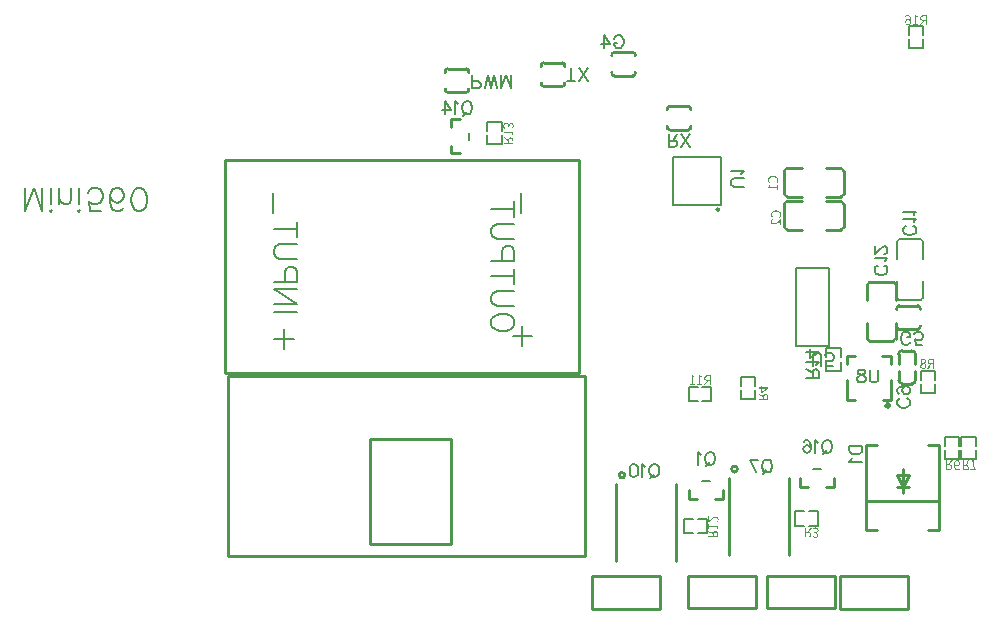
<source format=gbo>
G04 Layer: BottomSilkLayer*
G04 EasyEDA v6.4.25, 2021-09-19T11:37:02+02:00*
G04 64e9d69745c74d7bbaee3c671462624f,10*
G04 Gerber Generator version 0.2*
G04 Scale: 100 percent, Rotated: No, Reflected: No *
G04 Dimensions in inches *
G04 leading zeros omitted , absolute positions ,3 integer and 6 decimal *
%FSLAX36Y36*%
%MOIN*%

%ADD10C,0.0100*%
%ADD57C,0.0059*%
%ADD58C,0.0080*%
%ADD59C,0.0060*%
%ADD61C,0.0079*%

%LPD*%
G36*
X899280Y258400D02*
G01*
X897280Y258240D01*
X895500Y257760D01*
X893960Y257000D01*
X892680Y255960D01*
X891640Y254700D01*
X890879Y253220D01*
X890420Y251540D01*
X890297Y249600D01*
X893480Y249600D01*
X893860Y251920D01*
X894980Y253840D01*
X896800Y255120D01*
X899280Y255600D01*
X901460Y255200D01*
X903180Y254080D01*
X904280Y252360D01*
X904680Y250100D01*
X904040Y247440D01*
X902340Y245460D01*
X899900Y243960D01*
X897080Y242700D01*
X895540Y244259D01*
X894400Y245920D01*
X893720Y247700D01*
X893480Y249600D01*
X890297Y249600D01*
X890699Y247240D01*
X891780Y245020D01*
X893220Y243140D01*
X894780Y241700D01*
X894780Y241500D01*
X892680Y240120D01*
X890879Y238280D01*
X889640Y235920D01*
X889195Y233000D01*
X892680Y233000D01*
X893400Y235960D01*
X895380Y238120D01*
X898240Y239760D01*
X901680Y241200D01*
X903600Y239680D01*
X905120Y237880D01*
X906120Y235799D01*
X906480Y233500D01*
X905920Y231000D01*
X904400Y229000D01*
X902120Y227680D01*
X899280Y227200D01*
X896560Y227620D01*
X894479Y228820D01*
X893139Y230660D01*
X892680Y233000D01*
X889195Y233000D01*
X889360Y231180D01*
X889900Y229579D01*
X890780Y228140D01*
X891979Y226880D01*
X893439Y225859D01*
X895160Y225060D01*
X897120Y224579D01*
X899280Y224400D01*
X901480Y224560D01*
X903480Y225060D01*
X905280Y225840D01*
X906800Y226880D01*
X908060Y228180D01*
X908980Y229680D01*
X909580Y231360D01*
X909780Y233200D01*
X909240Y236260D01*
X907840Y238820D01*
X905879Y240859D01*
X903680Y242399D01*
X903680Y242600D01*
X905380Y243960D01*
X906780Y245640D01*
X907720Y247680D01*
X908080Y250100D01*
X907900Y251900D01*
X907400Y253500D01*
X906600Y254920D01*
X905540Y256119D01*
X904260Y257100D01*
X902760Y257800D01*
X901080Y258240D01*
G37*
G36*
X925380Y257900D02*
G01*
X922960Y257780D01*
X920759Y257440D01*
X918820Y256820D01*
X917159Y255900D01*
X915819Y254660D01*
X914820Y253100D01*
X914180Y251140D01*
X913980Y248800D01*
X917680Y248800D01*
X918199Y251660D01*
X919780Y253540D01*
X922360Y254579D01*
X925879Y254899D01*
X931680Y254899D01*
X931680Y242300D01*
X925879Y242300D01*
X922360Y242700D01*
X919780Y243900D01*
X918199Y245920D01*
X917680Y248800D01*
X913980Y248800D01*
X914520Y245300D01*
X916040Y242620D01*
X918439Y240720D01*
X921580Y239600D01*
X913080Y225000D01*
X917280Y225000D01*
X925480Y239200D01*
X931680Y239200D01*
X931680Y225000D01*
X935380Y225000D01*
X935380Y257900D01*
G37*
G36*
X398560Y867360D02*
G01*
X395980Y867220D01*
X393600Y866860D01*
X391400Y866260D01*
X389400Y865460D01*
X387620Y864440D01*
X386019Y863240D01*
X384660Y861880D01*
X383519Y860340D01*
X382640Y858660D01*
X381980Y856840D01*
X381580Y854900D01*
X381460Y852840D01*
X381800Y850040D01*
X382700Y847620D01*
X383980Y845580D01*
X385460Y843940D01*
X387960Y846060D01*
X386640Y847420D01*
X385640Y849000D01*
X384980Y850800D01*
X384760Y852840D01*
X385000Y855140D01*
X385700Y857220D01*
X386840Y859040D01*
X388420Y860600D01*
X390379Y861860D01*
X392720Y862780D01*
X395420Y863360D01*
X398459Y863560D01*
X401480Y863360D01*
X404200Y862800D01*
X406580Y861900D01*
X408579Y860680D01*
X410200Y859160D01*
X411380Y857340D01*
X412100Y855280D01*
X412360Y852960D01*
X412100Y850699D01*
X411360Y848680D01*
X410160Y846880D01*
X408560Y845260D01*
X410860Y843160D01*
X412860Y845160D01*
X414320Y847480D01*
X415240Y850120D01*
X415560Y853160D01*
X415420Y855160D01*
X415020Y857039D01*
X414380Y858820D01*
X413500Y860480D01*
X412380Y861979D01*
X411019Y863319D01*
X409460Y864500D01*
X407660Y865500D01*
X405680Y866280D01*
X403500Y866860D01*
X401120Y867220D01*
G37*
G36*
X411960Y837440D02*
G01*
X411960Y830060D01*
X386659Y830060D01*
X386659Y835860D01*
X384360Y835860D01*
X383920Y833880D01*
X383380Y832140D01*
X382760Y830600D01*
X382060Y829260D01*
X382060Y826440D01*
X411960Y826440D01*
X411960Y819740D01*
X415060Y819740D01*
X415060Y837440D01*
G37*
G36*
X408560Y752360D02*
G01*
X405980Y752220D01*
X403600Y751860D01*
X401400Y751260D01*
X399400Y750460D01*
X397620Y749440D01*
X396019Y748240D01*
X394660Y746880D01*
X393519Y745340D01*
X392640Y743660D01*
X391980Y741840D01*
X391580Y739900D01*
X391460Y737840D01*
X391800Y735040D01*
X392700Y732620D01*
X393980Y730580D01*
X395460Y728940D01*
X397960Y731060D01*
X396640Y732420D01*
X395640Y734000D01*
X394980Y735800D01*
X394760Y737840D01*
X395000Y740140D01*
X395700Y742220D01*
X396840Y744040D01*
X398420Y745600D01*
X400379Y746860D01*
X402720Y747780D01*
X405420Y748360D01*
X408459Y748560D01*
X411480Y748360D01*
X414200Y747800D01*
X416580Y746900D01*
X418579Y745680D01*
X420200Y744160D01*
X421380Y742340D01*
X422100Y740280D01*
X422360Y737960D01*
X422100Y735699D01*
X421360Y733680D01*
X420160Y731880D01*
X418560Y730260D01*
X420860Y728160D01*
X422860Y730160D01*
X424320Y732480D01*
X425240Y735120D01*
X425560Y738160D01*
X425420Y740160D01*
X425020Y742039D01*
X424380Y743820D01*
X423500Y745480D01*
X422380Y746979D01*
X421019Y748319D01*
X419460Y749500D01*
X417660Y750500D01*
X415680Y751280D01*
X413500Y751860D01*
X411120Y752220D01*
G37*
G36*
X396260Y724659D02*
G01*
X394320Y722620D01*
X392800Y720420D01*
X391800Y717920D01*
X391460Y715060D01*
X391620Y712980D01*
X392140Y711140D01*
X392960Y709520D01*
X394080Y708180D01*
X395480Y707099D01*
X397140Y706300D01*
X399040Y705819D01*
X401160Y705660D01*
X402800Y705759D01*
X404480Y706080D01*
X406140Y706580D01*
X407840Y707300D01*
X409540Y708199D01*
X411280Y709260D01*
X413020Y710500D01*
X414799Y711900D01*
X418420Y715160D01*
X422160Y718940D01*
X421860Y714820D01*
X421860Y704060D01*
X425060Y704060D01*
X425060Y724460D01*
X422760Y724460D01*
X418400Y719680D01*
X416360Y717640D01*
X414400Y715840D01*
X412520Y714260D01*
X410720Y712920D01*
X409000Y711780D01*
X407340Y710860D01*
X405740Y710140D01*
X404200Y709640D01*
X402700Y709340D01*
X401260Y709260D01*
X398540Y709620D01*
X396380Y710780D01*
X394960Y712700D01*
X394460Y715460D01*
X394760Y717480D01*
X395580Y719340D01*
X396820Y721040D01*
X398360Y722560D01*
G37*
G36*
X-491280Y1045100D02*
G01*
X-493340Y1044900D01*
X-495180Y1044300D01*
X-496760Y1043340D01*
X-498100Y1042080D01*
X-499159Y1040540D01*
X-499940Y1038780D01*
X-500400Y1036820D01*
X-500580Y1034700D01*
X-500200Y1031220D01*
X-499180Y1028379D01*
X-497740Y1026100D01*
X-496079Y1024300D01*
X-493680Y1026200D01*
X-495120Y1027740D01*
X-496380Y1029599D01*
X-497239Y1031820D01*
X-497580Y1034500D01*
X-497120Y1037260D01*
X-495820Y1039460D01*
X-493780Y1040879D01*
X-491079Y1041400D01*
X-489640Y1041260D01*
X-488320Y1040840D01*
X-487160Y1040100D01*
X-486180Y1039040D01*
X-485360Y1037600D01*
X-484780Y1035780D01*
X-484400Y1033560D01*
X-484280Y1030900D01*
X-481380Y1030900D01*
X-480880Y1035260D01*
X-479500Y1038139D01*
X-477440Y1039720D01*
X-474880Y1040200D01*
X-472680Y1039800D01*
X-470980Y1038660D01*
X-469860Y1036820D01*
X-469480Y1034400D01*
X-469720Y1032440D01*
X-470400Y1030660D01*
X-471460Y1029000D01*
X-472780Y1027500D01*
X-470379Y1025500D01*
X-468840Y1027400D01*
X-467600Y1029520D01*
X-466780Y1031919D01*
X-466480Y1034599D01*
X-466599Y1036540D01*
X-467020Y1038340D01*
X-467680Y1039920D01*
X-468600Y1041280D01*
X-469760Y1042380D01*
X-471160Y1043199D01*
X-472760Y1043720D01*
X-474580Y1043900D01*
X-477380Y1043480D01*
X-479680Y1042300D01*
X-481440Y1040440D01*
X-482680Y1038000D01*
X-482780Y1038000D01*
X-483840Y1040759D01*
X-485640Y1043020D01*
X-488120Y1044539D01*
G37*
G36*
X-499980Y1019900D02*
G01*
X-499980Y1002200D01*
X-496980Y1002200D01*
X-496980Y1009599D01*
X-471680Y1009599D01*
X-471680Y1003800D01*
X-469280Y1003800D01*
X-468860Y1005780D01*
X-468360Y1007520D01*
X-467760Y1009080D01*
X-467080Y1010500D01*
X-467080Y1013199D01*
X-496980Y1013199D01*
X-496980Y1019900D01*
G37*
G36*
X-499980Y996900D02*
G01*
X-499980Y992700D01*
X-485780Y984500D01*
X-485780Y978300D01*
X-482680Y978300D01*
X-482680Y984100D01*
X-482280Y987620D01*
X-481079Y990180D01*
X-479040Y991760D01*
X-476180Y992300D01*
X-473320Y991760D01*
X-471440Y990180D01*
X-470400Y987620D01*
X-470080Y984100D01*
X-470080Y978300D01*
X-499980Y978300D01*
X-499980Y974599D01*
X-467080Y974599D01*
X-467080Y984700D01*
X-467180Y987120D01*
X-467560Y989300D01*
X-468180Y991260D01*
X-469099Y992920D01*
X-470340Y994260D01*
X-471920Y995260D01*
X-473860Y995879D01*
X-476180Y996100D01*
X-479660Y995540D01*
X-482340Y993980D01*
X-484240Y991540D01*
X-485379Y988400D01*
G37*
G36*
X1011700Y-79360D02*
G01*
X1009400Y-79620D01*
X1007300Y-80399D01*
X1005440Y-81679D01*
X1003860Y-83460D01*
X1002560Y-85760D01*
X1001600Y-88560D01*
X1001000Y-91860D01*
X1000925Y-93280D01*
X1004300Y-93280D01*
X1004580Y-90800D01*
X1005040Y-88620D01*
X1005699Y-86740D01*
X1006540Y-85200D01*
X1007560Y-83980D01*
X1008760Y-83080D01*
X1010140Y-82560D01*
X1011700Y-82380D01*
X1014000Y-82920D01*
X1015840Y-84500D01*
X1017060Y-86920D01*
X1017500Y-90079D01*
X1017120Y-93200D01*
X1015980Y-95600D01*
X1014040Y-97120D01*
X1011300Y-97660D01*
X1009640Y-97440D01*
X1007880Y-96660D01*
X1006060Y-95300D01*
X1004300Y-93280D01*
X1000925Y-93280D01*
X1000800Y-95680D01*
X1000920Y-98760D01*
X1001260Y-101500D01*
X1001800Y-103960D01*
X1002520Y-106080D01*
X1003400Y-107940D01*
X1004440Y-109500D01*
X1005600Y-110780D01*
X1006880Y-111820D01*
X1008259Y-112600D01*
X1009720Y-113140D01*
X1011240Y-113460D01*
X1012800Y-113560D01*
X1015160Y-113320D01*
X1017200Y-112640D01*
X1018940Y-111580D01*
X1020400Y-110280D01*
X1018300Y-107980D01*
X1017159Y-109040D01*
X1015879Y-109820D01*
X1014479Y-110300D01*
X1013000Y-110480D01*
X1011280Y-110300D01*
X1009680Y-109740D01*
X1008199Y-108780D01*
X1006919Y-107360D01*
X1005840Y-105440D01*
X1005000Y-103000D01*
X1004440Y-100000D01*
X1004200Y-96380D01*
X1005900Y-98040D01*
X1007820Y-99300D01*
X1009820Y-100100D01*
X1011800Y-100360D01*
X1013800Y-100220D01*
X1015580Y-99740D01*
X1017140Y-98940D01*
X1018460Y-97800D01*
X1019500Y-96359D01*
X1020260Y-94600D01*
X1020740Y-92500D01*
X1020900Y-90079D01*
X1020720Y-87800D01*
X1020160Y-85740D01*
X1019300Y-83920D01*
X1018180Y-82360D01*
X1016800Y-81100D01*
X1015240Y-80160D01*
X1013540Y-79580D01*
G37*
G36*
X974599Y-79960D02*
G01*
X974599Y-97260D01*
X984100Y-97260D01*
X987620Y-97660D01*
X990180Y-98859D01*
X991760Y-100900D01*
X992300Y-103760D01*
X991760Y-106640D01*
X990180Y-108560D01*
X987620Y-109640D01*
X984100Y-109960D01*
X978300Y-109960D01*
X978300Y-97260D01*
X974599Y-97260D01*
X974599Y-112980D01*
X984700Y-112980D01*
X987120Y-112860D01*
X989300Y-112480D01*
X991260Y-111860D01*
X992920Y-110920D01*
X994260Y-109660D01*
X995260Y-108080D01*
X995879Y-106120D01*
X996100Y-103760D01*
X995540Y-100320D01*
X993980Y-97640D01*
X991540Y-95719D01*
X988400Y-94560D01*
X996900Y-79960D01*
X992700Y-79960D01*
X984500Y-94160D01*
X978300Y-94160D01*
X978300Y-79960D01*
G37*
G36*
X1063020Y-81260D02*
G01*
X1063180Y-84360D01*
X1063780Y-90020D01*
X1064240Y-92640D01*
X1064800Y-95140D01*
X1065460Y-97560D01*
X1066280Y-99880D01*
X1067200Y-102160D01*
X1068280Y-104400D01*
X1069500Y-106620D01*
X1070880Y-108840D01*
X1072420Y-111060D01*
X1056220Y-111060D01*
X1056220Y-114160D01*
X1076620Y-114160D01*
X1076620Y-111960D01*
X1074800Y-109500D01*
X1073220Y-107120D01*
X1071880Y-104760D01*
X1070740Y-102400D01*
X1069800Y-100060D01*
X1069020Y-97660D01*
X1068400Y-95220D01*
X1067900Y-92700D01*
X1067500Y-90060D01*
X1066980Y-84380D01*
X1066820Y-81260D01*
G37*
G36*
X1030420Y-81260D02*
G01*
X1030420Y-98560D01*
X1039920Y-98560D01*
X1043439Y-98960D01*
X1046000Y-100160D01*
X1047580Y-102200D01*
X1048120Y-105060D01*
X1047580Y-107920D01*
X1046000Y-109800D01*
X1043439Y-110840D01*
X1039920Y-111160D01*
X1034120Y-111160D01*
X1034120Y-98560D01*
X1030420Y-98560D01*
X1030420Y-114160D01*
X1040420Y-114160D01*
X1042860Y-114060D01*
X1045060Y-113680D01*
X1047020Y-113059D01*
X1048680Y-112140D01*
X1050000Y-110900D01*
X1051000Y-109320D01*
X1051600Y-107380D01*
X1051820Y-105060D01*
X1051280Y-101580D01*
X1049740Y-98900D01*
X1047340Y-97000D01*
X1044220Y-95860D01*
X1052720Y-81260D01*
X1048520Y-81260D01*
X1040320Y-95460D01*
X1034120Y-95460D01*
X1034120Y-81260D01*
G37*
G36*
X847500Y1403540D02*
G01*
X845140Y1403280D01*
X843100Y1402600D01*
X841360Y1401540D01*
X839900Y1400240D01*
X842000Y1397940D01*
X843139Y1399000D01*
X844419Y1399780D01*
X845819Y1400260D01*
X847300Y1400440D01*
X849020Y1400260D01*
X850620Y1399720D01*
X852099Y1398760D01*
X853379Y1397360D01*
X854440Y1395460D01*
X855260Y1393000D01*
X855800Y1389980D01*
X856000Y1386339D01*
X854340Y1388020D01*
X852460Y1389319D01*
X850440Y1390140D01*
X848400Y1390440D01*
X846440Y1390260D01*
X844680Y1389780D01*
X843139Y1388959D01*
X841840Y1387820D01*
X840800Y1386360D01*
X840040Y1384560D01*
X839560Y1382460D01*
X839400Y1380040D01*
X842800Y1380040D01*
X843180Y1383160D01*
X844320Y1385560D01*
X846260Y1387100D01*
X849000Y1387640D01*
X850660Y1387400D01*
X852420Y1386639D01*
X854240Y1385260D01*
X856000Y1383240D01*
X855720Y1380780D01*
X855260Y1378620D01*
X854599Y1376759D01*
X853760Y1375200D01*
X852740Y1373959D01*
X851540Y1373060D01*
X850160Y1372520D01*
X848600Y1372340D01*
X846300Y1372900D01*
X844460Y1374500D01*
X843240Y1376940D01*
X842800Y1380040D01*
X839400Y1380040D01*
X839599Y1377760D01*
X840140Y1375720D01*
X841000Y1373899D01*
X842120Y1372360D01*
X843500Y1371120D01*
X845060Y1370200D01*
X846760Y1369620D01*
X848600Y1369440D01*
X850900Y1369680D01*
X853000Y1370460D01*
X854860Y1371740D01*
X856440Y1373520D01*
X857740Y1375800D01*
X858700Y1378580D01*
X859300Y1381860D01*
X859500Y1385640D01*
X859380Y1388720D01*
X859040Y1391480D01*
X858520Y1393920D01*
X857780Y1396060D01*
X856900Y1397900D01*
X855860Y1399460D01*
X854700Y1400740D01*
X853420Y1401780D01*
X852039Y1402560D01*
X850580Y1403100D01*
X849060Y1403420D01*
G37*
G36*
X871800Y1402940D02*
G01*
X871800Y1373040D01*
X865100Y1373040D01*
X865100Y1370040D01*
X882800Y1370040D01*
X882800Y1373040D01*
X875400Y1373040D01*
X875400Y1398340D01*
X881200Y1398340D01*
X881200Y1400740D01*
X879220Y1401140D01*
X877480Y1401639D01*
X875920Y1402240D01*
X874500Y1402940D01*
G37*
G36*
X900300Y1402940D02*
G01*
X897880Y1402820D01*
X895699Y1402460D01*
X893740Y1401819D01*
X892080Y1400900D01*
X890740Y1399660D01*
X889740Y1398080D01*
X889120Y1396140D01*
X888900Y1393839D01*
X892700Y1393839D01*
X893240Y1396680D01*
X894820Y1398560D01*
X897380Y1399620D01*
X900900Y1399940D01*
X906700Y1399940D01*
X906700Y1387240D01*
X900900Y1387240D01*
X897380Y1387640D01*
X894820Y1388880D01*
X893240Y1390940D01*
X892700Y1393839D01*
X888900Y1393839D01*
X889460Y1390340D01*
X891020Y1387640D01*
X893460Y1385720D01*
X896600Y1384540D01*
X888100Y1370040D01*
X892300Y1370040D01*
X900500Y1384240D01*
X906700Y1384240D01*
X906700Y1370040D01*
X910400Y1370040D01*
X910400Y1402940D01*
G37*
G36*
X540000Y-304360D02*
G01*
X536520Y-304740D01*
X533680Y-305760D01*
X531400Y-307200D01*
X529600Y-308880D01*
X531500Y-311260D01*
X533060Y-309840D01*
X534900Y-308620D01*
X537120Y-307780D01*
X539800Y-307460D01*
X542560Y-307920D01*
X544760Y-309200D01*
X546180Y-311220D01*
X546700Y-313880D01*
X546560Y-315340D01*
X546140Y-316660D01*
X545400Y-317820D01*
X544340Y-318800D01*
X542900Y-319600D01*
X541080Y-320180D01*
X538860Y-320540D01*
X536200Y-320680D01*
X536200Y-323560D01*
X540560Y-324060D01*
X543440Y-325439D01*
X545020Y-327500D01*
X545500Y-330080D01*
X545100Y-332299D01*
X543960Y-334020D01*
X542120Y-335140D01*
X539700Y-335560D01*
X537740Y-335280D01*
X535940Y-334600D01*
X534300Y-333579D01*
X532800Y-332260D01*
X530800Y-334680D01*
X532700Y-336200D01*
X534820Y-337440D01*
X537220Y-338260D01*
X539900Y-338560D01*
X541860Y-338440D01*
X543640Y-338020D01*
X545220Y-337340D01*
X546580Y-336420D01*
X547680Y-335240D01*
X548500Y-333840D01*
X549020Y-332220D01*
X549200Y-330360D01*
X548780Y-327580D01*
X547560Y-325319D01*
X545700Y-323600D01*
X543300Y-322380D01*
X543300Y-322180D01*
X546060Y-321120D01*
X548320Y-319320D01*
X549840Y-316860D01*
X550400Y-313760D01*
X550200Y-311700D01*
X549600Y-309860D01*
X548640Y-308240D01*
X547380Y-306900D01*
X545840Y-305820D01*
X544080Y-305020D01*
X542120Y-304540D01*
G37*
G36*
X504600Y-304960D02*
G01*
X504600Y-322260D01*
X514099Y-322260D01*
X517620Y-322660D01*
X520180Y-323860D01*
X521760Y-325900D01*
X522299Y-328760D01*
X521760Y-331640D01*
X520180Y-333560D01*
X517620Y-334640D01*
X514099Y-334960D01*
X508300Y-334960D01*
X508300Y-322260D01*
X504600Y-322260D01*
X504600Y-337980D01*
X514700Y-337980D01*
X517120Y-337860D01*
X519300Y-337480D01*
X521260Y-336860D01*
X522920Y-335920D01*
X524260Y-334660D01*
X525260Y-333080D01*
X525880Y-331120D01*
X526100Y-328760D01*
X525540Y-325319D01*
X523980Y-322640D01*
X521540Y-320720D01*
X518400Y-319560D01*
X526900Y-304960D01*
X522700Y-304960D01*
X514500Y-319160D01*
X508300Y-319160D01*
X508300Y-304960D01*
G37*
G36*
X359200Y166460D02*
G01*
X359200Y161980D01*
X350000Y161980D01*
X350000Y158480D01*
X359200Y158480D01*
X359200Y147980D01*
X362100Y147980D01*
X362100Y158480D01*
X374159Y158500D01*
X378700Y158760D01*
X378700Y158560D01*
X373900Y155980D01*
X362100Y147980D01*
X359200Y147980D01*
X359200Y144080D01*
X361599Y144080D01*
X382900Y158060D01*
X382900Y161980D01*
X362100Y161980D01*
X362100Y166460D01*
G37*
G36*
X350000Y141860D02*
G01*
X350000Y137780D01*
X364200Y129480D01*
X364200Y123360D01*
X367299Y123360D01*
X367299Y129080D01*
X367700Y132580D01*
X368900Y135160D01*
X370920Y136740D01*
X373800Y137260D01*
X376659Y136740D01*
X378540Y135160D01*
X379580Y132580D01*
X379900Y129080D01*
X379900Y123360D01*
X350000Y123360D01*
X350000Y119560D01*
X382900Y119560D01*
X382900Y129680D01*
X382780Y132080D01*
X382440Y134280D01*
X381820Y136220D01*
X380900Y137880D01*
X379660Y139220D01*
X378100Y140240D01*
X376140Y140860D01*
X373800Y141060D01*
X370300Y140520D01*
X367620Y138980D01*
X365720Y136560D01*
X364600Y133360D01*
G37*
G36*
X127020Y202900D02*
G01*
X127020Y173100D01*
X120340Y173100D01*
X120340Y170000D01*
X138020Y170000D01*
X138020Y173100D01*
X130740Y173100D01*
X130740Y198299D01*
X136540Y198299D01*
X136540Y200700D01*
X134500Y201119D01*
X132740Y201620D01*
X131180Y202200D01*
X129840Y202900D01*
G37*
G36*
X151720Y202900D02*
G01*
X151720Y173100D01*
X145020Y173100D01*
X145020Y170000D01*
X162840Y170000D01*
X162840Y173100D01*
X155420Y173100D01*
X155420Y198299D01*
X161220Y198299D01*
X161220Y200700D01*
X159200Y201119D01*
X157420Y201620D01*
X155880Y202200D01*
X154520Y202900D01*
G37*
G36*
X180340Y202900D02*
G01*
X177920Y202780D01*
X175720Y202440D01*
X173780Y201820D01*
X172120Y200900D01*
X170780Y199660D01*
X169760Y198100D01*
X169140Y196140D01*
X168939Y193800D01*
X172740Y193800D01*
X173260Y196660D01*
X174840Y198540D01*
X177420Y199579D01*
X180920Y199899D01*
X186620Y199899D01*
X186620Y187300D01*
X180920Y187300D01*
X177420Y187700D01*
X174840Y188900D01*
X173260Y190920D01*
X172740Y193800D01*
X168939Y193800D01*
X169480Y190300D01*
X171020Y187620D01*
X173440Y185720D01*
X176620Y184600D01*
X168140Y170000D01*
X172220Y170000D01*
X180520Y184200D01*
X186620Y184200D01*
X186620Y170000D01*
X190420Y170000D01*
X190420Y202900D01*
G37*
G36*
X183200Y-266600D02*
G01*
X183200Y-287000D01*
X185400Y-287000D01*
X189800Y-282180D01*
X191840Y-280140D01*
X193800Y-278320D01*
X195660Y-276740D01*
X197460Y-275380D01*
X199180Y-274240D01*
X200840Y-273320D01*
X202420Y-272600D01*
X203960Y-272100D01*
X205460Y-271800D01*
X206900Y-271700D01*
X209600Y-272080D01*
X211759Y-273240D01*
X213180Y-275200D01*
X213700Y-278000D01*
X213400Y-279960D01*
X212580Y-281800D01*
X211340Y-283480D01*
X209800Y-285000D01*
X211900Y-287200D01*
X213880Y-285140D01*
X215380Y-282920D01*
X216360Y-280440D01*
X216700Y-277600D01*
X216520Y-275500D01*
X216020Y-273620D01*
X215200Y-272000D01*
X214080Y-270640D01*
X212680Y-269560D01*
X211040Y-268760D01*
X209180Y-268260D01*
X207100Y-268100D01*
X205420Y-268200D01*
X203740Y-268520D01*
X202040Y-269060D01*
X200340Y-269780D01*
X198619Y-270680D01*
X196900Y-271760D01*
X195159Y-273000D01*
X193380Y-274400D01*
X191600Y-275940D01*
X187960Y-279460D01*
X186100Y-281400D01*
X186300Y-276000D01*
X186300Y-266600D01*
G37*
G36*
X183200Y-292000D02*
G01*
X183200Y-309700D01*
X186200Y-309700D01*
X186200Y-302300D01*
X211500Y-302300D01*
X211500Y-308100D01*
X213900Y-308100D01*
X214320Y-306120D01*
X214820Y-304380D01*
X215400Y-302820D01*
X216100Y-301400D01*
X216100Y-298700D01*
X186200Y-298700D01*
X186200Y-292000D01*
G37*
G36*
X183200Y-315000D02*
G01*
X183200Y-319200D01*
X197399Y-327400D01*
X197399Y-333600D01*
X200500Y-333600D01*
X200500Y-327800D01*
X200900Y-324280D01*
X202100Y-321719D01*
X204120Y-320140D01*
X207000Y-319600D01*
X209860Y-320140D01*
X211740Y-321719D01*
X212780Y-324280D01*
X213100Y-327800D01*
X213100Y-333600D01*
X183200Y-333600D01*
X183200Y-337299D01*
X216100Y-337299D01*
X216100Y-327200D01*
X215980Y-324780D01*
X215620Y-322600D01*
X214980Y-320640D01*
X214060Y-318980D01*
X212820Y-317640D01*
X211240Y-316640D01*
X209320Y-316020D01*
X207000Y-315800D01*
X203500Y-316360D01*
X200820Y-317920D01*
X198920Y-320360D01*
X197800Y-323500D01*
G37*
D59*
X582848Y-13249D02*
G01*
X586949Y-15248D01*
X591049Y-19349D01*
X593149Y-23449D01*
X595149Y-29648D01*
X595149Y-39848D01*
X593149Y-45949D01*
X591049Y-50048D01*
X586949Y-54149D01*
X582848Y-56149D01*
X574648Y-56149D01*
X570649Y-54149D01*
X566548Y-50048D01*
X564449Y-45949D01*
X562448Y-39848D01*
X562448Y-29648D01*
X564449Y-23449D01*
X566548Y-19349D01*
X570649Y-15248D01*
X574648Y-13249D01*
X582848Y-13249D01*
X576748Y-48049D02*
G01*
X564449Y-60248D01*
X548949Y-21448D02*
G01*
X544849Y-19349D01*
X538648Y-13249D01*
X538648Y-56149D01*
X500649Y-19349D02*
G01*
X502649Y-15248D01*
X508849Y-13249D01*
X512948Y-13249D01*
X519048Y-15248D01*
X523149Y-21448D01*
X525149Y-31649D01*
X525149Y-41849D01*
X523149Y-50048D01*
X519048Y-54149D01*
X512948Y-56149D01*
X510848Y-56149D01*
X504749Y-54149D01*
X500649Y-50048D01*
X498648Y-43948D01*
X498648Y-41849D01*
X500649Y-35749D01*
X504749Y-31649D01*
X510848Y-29648D01*
X512948Y-29648D01*
X519048Y-31649D01*
X523149Y-35749D01*
X525149Y-41849D01*
X6297Y-93400D02*
G01*
X10397Y-95399D01*
X14498Y-99499D01*
X16598Y-103600D01*
X18598Y-109800D01*
X18598Y-120000D01*
X16598Y-126100D01*
X14498Y-130199D01*
X10397Y-134299D01*
X6297Y-136300D01*
X-1902Y-136300D01*
X-5901Y-134299D01*
X-10002Y-130199D01*
X-12102Y-126100D01*
X-14102Y-120000D01*
X-14102Y-109800D01*
X-12102Y-103600D01*
X-10002Y-99499D01*
X-5901Y-95399D01*
X-1902Y-93400D01*
X6297Y-93400D01*
X198Y-128200D02*
G01*
X-12102Y-140399D01*
X-27601Y-101599D02*
G01*
X-31702Y-99499D01*
X-37902Y-93400D01*
X-37902Y-136300D01*
X-63602Y-93400D02*
G01*
X-57502Y-95399D01*
X-53401Y-101599D01*
X-51401Y-111799D01*
X-51401Y-117899D01*
X-53401Y-128200D01*
X-57502Y-134299D01*
X-63602Y-136300D01*
X-67701Y-136300D01*
X-73901Y-134299D01*
X-77902Y-128200D01*
X-80002Y-117899D01*
X-80002Y-111799D01*
X-77902Y-101599D01*
X-73901Y-95399D01*
X-67701Y-93400D01*
X-63602Y-93400D01*
X382597Y-78400D02*
G01*
X386697Y-80399D01*
X390797Y-84499D01*
X392897Y-88600D01*
X394898Y-94800D01*
X394898Y-105000D01*
X392897Y-111100D01*
X390797Y-115199D01*
X386697Y-119299D01*
X382597Y-121300D01*
X374398Y-121300D01*
X370397Y-119299D01*
X366297Y-115199D01*
X364197Y-111100D01*
X362197Y-105000D01*
X362197Y-94800D01*
X364197Y-88600D01*
X366297Y-84499D01*
X370397Y-80399D01*
X374398Y-78400D01*
X382597Y-78400D01*
X376498Y-113200D02*
G01*
X364197Y-125399D01*
X319997Y-78400D02*
G01*
X340497Y-121300D01*
X348698Y-78400D02*
G01*
X319997Y-78400D01*
X192848Y-53249D02*
G01*
X196949Y-55248D01*
X201049Y-59349D01*
X203149Y-63449D01*
X205149Y-69648D01*
X205149Y-79848D01*
X203149Y-85949D01*
X201049Y-90048D01*
X196949Y-94149D01*
X192848Y-96149D01*
X184648Y-96149D01*
X180649Y-94149D01*
X176548Y-90048D01*
X174449Y-85949D01*
X172448Y-79848D01*
X172448Y-69648D01*
X174449Y-63449D01*
X176548Y-59349D01*
X180649Y-55248D01*
X184648Y-53249D01*
X192848Y-53249D01*
X186748Y-88049D02*
G01*
X174449Y-100248D01*
X158949Y-61448D02*
G01*
X154849Y-59349D01*
X148648Y-53249D01*
X148648Y-96149D01*
X-605000Y1159591D02*
G01*
X-605000Y1202545D01*
X-605000Y1159591D02*
G01*
X-586590Y1159591D01*
X-580455Y1161635D01*
X-578409Y1163681D01*
X-576364Y1167773D01*
X-576364Y1173908D01*
X-578409Y1178000D01*
X-580455Y1180045D01*
X-586590Y1182091D01*
X-605000Y1182091D01*
X-562863Y1159591D02*
G01*
X-552636Y1202545D01*
X-542408Y1159591D02*
G01*
X-552636Y1202545D01*
X-542408Y1159591D02*
G01*
X-532182Y1202545D01*
X-521954Y1159591D02*
G01*
X-532182Y1202545D01*
X-508455Y1159591D02*
G01*
X-508455Y1202545D01*
X-508455Y1159591D02*
G01*
X-492091Y1202545D01*
X-475726Y1159591D02*
G01*
X-492091Y1202545D01*
X-475726Y1159591D02*
G01*
X-475726Y1202545D01*
X50000Y964591D02*
G01*
X50000Y1007545D01*
X50000Y964591D02*
G01*
X68409Y964591D01*
X74544Y966635D01*
X76590Y968681D01*
X78635Y972773D01*
X78635Y976864D01*
X76590Y980954D01*
X74544Y983000D01*
X68409Y985045D01*
X50000Y985045D01*
X64318Y985045D02*
G01*
X78635Y1007545D01*
X92136Y964591D02*
G01*
X120772Y1007545D01*
X120772Y964591D02*
G01*
X92136Y1007545D01*
X-275681Y1184591D02*
G01*
X-275681Y1227545D01*
X-290000Y1184591D02*
G01*
X-261364Y1184591D01*
X-247863Y1184591D02*
G01*
X-219227Y1227545D01*
X-219227Y1184591D02*
G01*
X-247863Y1227545D01*
X865201Y700700D02*
G01*
X869301Y698600D01*
X873401Y694499D01*
X875402Y690500D01*
X875402Y682300D01*
X873401Y678200D01*
X869301Y674099D01*
X865201Y671999D01*
X859002Y670000D01*
X848801Y670000D01*
X842701Y671999D01*
X838602Y674099D01*
X834502Y678200D01*
X832502Y682300D01*
X832502Y690500D01*
X834502Y694499D01*
X838602Y698600D01*
X842701Y700700D01*
X867201Y714200D02*
G01*
X869301Y718299D01*
X875402Y724400D01*
X832502Y724400D01*
X867201Y737899D02*
G01*
X869301Y741999D01*
X875402Y748099D01*
X832502Y748099D01*
X749349Y221851D02*
G01*
X749349Y191150D01*
X747349Y185050D01*
X743248Y180951D01*
X737048Y178951D01*
X732948Y178951D01*
X726849Y180951D01*
X722749Y185050D01*
X720748Y191150D01*
X720748Y221851D01*
X696949Y221851D02*
G01*
X703149Y219850D01*
X705149Y215751D01*
X705149Y211651D01*
X703149Y207550D01*
X699048Y205450D01*
X690848Y203451D01*
X684749Y201451D01*
X680649Y197350D01*
X678549Y193251D01*
X678549Y187051D01*
X680649Y182950D01*
X682649Y180951D01*
X688849Y178951D01*
X696949Y178951D01*
X703149Y180951D01*
X705149Y182950D01*
X707249Y187051D01*
X707249Y193251D01*
X705149Y197350D01*
X701049Y201451D01*
X694948Y203451D01*
X686748Y205450D01*
X682649Y207550D01*
X680649Y211651D01*
X680649Y215751D01*
X682649Y219850D01*
X688849Y221851D01*
X696949Y221851D01*
X550401Y195000D02*
G01*
X507501Y195000D01*
X550401Y195000D02*
G01*
X550401Y213400D01*
X548401Y219499D01*
X546301Y221599D01*
X542200Y223600D01*
X538100Y223600D01*
X534000Y221599D01*
X532001Y219499D01*
X530001Y213400D01*
X530001Y195000D01*
X530001Y209299D02*
G01*
X507501Y223600D01*
X542200Y237100D02*
G01*
X544300Y241199D01*
X550401Y247399D01*
X507501Y247399D01*
X550401Y281300D02*
G01*
X521800Y260900D01*
X521800Y291500D01*
X550401Y281300D02*
G01*
X507501Y281300D01*
X-617300Y1115399D02*
G01*
X-613200Y1113400D01*
X-609101Y1109299D01*
X-607001Y1105199D01*
X-605001Y1099000D01*
X-605001Y1088800D01*
X-607001Y1082699D01*
X-609101Y1078600D01*
X-613200Y1074499D01*
X-617300Y1072500D01*
X-625501Y1072500D01*
X-629501Y1074499D01*
X-633600Y1078600D01*
X-635700Y1082699D01*
X-637700Y1088800D01*
X-637700Y1099000D01*
X-635700Y1105199D01*
X-633600Y1109299D01*
X-629501Y1113400D01*
X-625501Y1115399D01*
X-617300Y1115399D01*
X-623401Y1080599D02*
G01*
X-635700Y1068400D01*
X-651201Y1107199D02*
G01*
X-655300Y1109299D01*
X-661500Y1115399D01*
X-661500Y1072500D01*
X-695401Y1115399D02*
G01*
X-675001Y1086799D01*
X-705600Y1086799D01*
X-695401Y1115399D02*
G01*
X-695401Y1072500D01*
D58*
X-2095000Y749272D02*
G01*
X-2095000Y825635D01*
X-2095000Y749272D02*
G01*
X-2065909Y825635D01*
X-2036817Y749272D02*
G01*
X-2065909Y825635D01*
X-2036817Y749272D02*
G01*
X-2036817Y825635D01*
X-2012818Y749272D02*
G01*
X-2009182Y752908D01*
X-2005545Y749272D01*
X-2009182Y745635D01*
X-2012818Y749272D01*
X-2009182Y774726D02*
G01*
X-2009182Y825635D01*
X-1981545Y774726D02*
G01*
X-1981545Y825635D01*
X-1981545Y789272D02*
G01*
X-1970635Y778364D01*
X-1963364Y774726D01*
X-1952455Y774726D01*
X-1945181Y778364D01*
X-1941545Y789272D01*
X-1941545Y825635D01*
X-1917545Y749272D02*
G01*
X-1913908Y752908D01*
X-1910273Y749272D01*
X-1913908Y745635D01*
X-1917545Y749272D01*
X-1913908Y774726D02*
G01*
X-1913908Y825635D01*
X-1842636Y749272D02*
G01*
X-1879000Y749272D01*
X-1882636Y781999D01*
X-1879000Y778364D01*
X-1868090Y774726D01*
X-1857182Y774726D01*
X-1846273Y778364D01*
X-1839000Y785635D01*
X-1835363Y796545D01*
X-1835363Y803818D01*
X-1839000Y814726D01*
X-1846273Y821999D01*
X-1857182Y825635D01*
X-1868090Y825635D01*
X-1879000Y821999D01*
X-1882636Y818364D01*
X-1886273Y811091D01*
X-1767726Y760181D02*
G01*
X-1771363Y752908D01*
X-1782273Y749272D01*
X-1789544Y749272D01*
X-1800455Y752908D01*
X-1807726Y763818D01*
X-1811363Y781999D01*
X-1811363Y800181D01*
X-1807726Y814726D01*
X-1800455Y821999D01*
X-1789544Y825635D01*
X-1785909Y825635D01*
X-1775000Y821999D01*
X-1767726Y814726D01*
X-1764090Y803818D01*
X-1764090Y800181D01*
X-1767726Y789272D01*
X-1775000Y781999D01*
X-1785909Y778364D01*
X-1789544Y778364D01*
X-1800455Y781999D01*
X-1807726Y789272D01*
X-1811363Y800181D01*
X-1718272Y749272D02*
G01*
X-1729182Y752908D01*
X-1736455Y763818D01*
X-1740091Y781999D01*
X-1740091Y792908D01*
X-1736455Y811091D01*
X-1729182Y821999D01*
X-1718272Y825635D01*
X-1710999Y825635D01*
X-1700091Y821999D01*
X-1692818Y811091D01*
X-1689182Y792908D01*
X-1689182Y781999D01*
X-1692818Y763818D01*
X-1700091Y752908D01*
X-1710999Y749272D01*
X-1718272Y749272D01*
X-464273Y371817D02*
G01*
X-467908Y364544D01*
X-475182Y357273D01*
X-482454Y353636D01*
X-493364Y350000D01*
X-511544Y350000D01*
X-522454Y353636D01*
X-529727Y357273D01*
X-536999Y364544D01*
X-540636Y371817D01*
X-540636Y386363D01*
X-536999Y393636D01*
X-529727Y400909D01*
X-522454Y404544D01*
X-511544Y408182D01*
X-493364Y408182D01*
X-482454Y404544D01*
X-475182Y400909D01*
X-467908Y393636D01*
X-464273Y386363D01*
X-464273Y371817D01*
X-464273Y432181D02*
G01*
X-518818Y432181D01*
X-529727Y435817D01*
X-536999Y443090D01*
X-540636Y454000D01*
X-540636Y461273D01*
X-536999Y472181D01*
X-529727Y479454D01*
X-518818Y483090D01*
X-464273Y483090D01*
X-464273Y532545D02*
G01*
X-540636Y532545D01*
X-464273Y507091D02*
G01*
X-464273Y558000D01*
X-464273Y581999D02*
G01*
X-540636Y581999D01*
X-464273Y581999D02*
G01*
X-464273Y614726D01*
X-467908Y625635D01*
X-471544Y629272D01*
X-478818Y632908D01*
X-489727Y632908D01*
X-496999Y629272D01*
X-500636Y625635D01*
X-504273Y614726D01*
X-504273Y581999D01*
X-464273Y656909D02*
G01*
X-518818Y656909D01*
X-529727Y660545D01*
X-536999Y667818D01*
X-540636Y678726D01*
X-540636Y685999D01*
X-536999Y696909D01*
X-529727Y704182D01*
X-518818Y707818D01*
X-464273Y707818D01*
X-464273Y757273D02*
G01*
X-540636Y757273D01*
X-464273Y731817D02*
G01*
X-464273Y782726D01*
X-1189272Y415000D02*
G01*
X-1265635Y415000D01*
X-1189272Y439000D02*
G01*
X-1265635Y439000D01*
X-1189272Y439000D02*
G01*
X-1265635Y489908D01*
X-1189272Y489908D02*
G01*
X-1265635Y489908D01*
X-1189272Y513908D02*
G01*
X-1265635Y513908D01*
X-1189272Y513908D02*
G01*
X-1189272Y546635D01*
X-1192908Y557545D01*
X-1196545Y561181D01*
X-1203818Y564818D01*
X-1214726Y564818D01*
X-1221999Y561181D01*
X-1225635Y557545D01*
X-1229272Y546635D01*
X-1229272Y513908D01*
X-1189272Y588818D02*
G01*
X-1243818Y588818D01*
X-1254726Y592454D01*
X-1261999Y599726D01*
X-1265635Y610635D01*
X-1265635Y617908D01*
X-1261999Y628818D01*
X-1254726Y636091D01*
X-1243818Y639726D01*
X-1189272Y639726D01*
X-1189272Y689182D02*
G01*
X-1265635Y689182D01*
X-1189272Y663726D02*
G01*
X-1189272Y714636D01*
X-442091Y810000D02*
G01*
X-442091Y744544D01*
X-1267091Y810000D02*
G01*
X-1267091Y744544D01*
X-1232273Y290181D02*
G01*
X-1232273Y355635D01*
X-1265000Y322908D02*
G01*
X-1199546Y322908D01*
X-437273Y300181D02*
G01*
X-437273Y365635D01*
X-470000Y332908D02*
G01*
X-404546Y332908D01*
D59*
X652497Y-32604D02*
G01*
X695397Y-32604D01*
X652497Y-32604D02*
G01*
X652497Y-46903D01*
X654498Y-53103D01*
X658598Y-57103D01*
X662698Y-59203D01*
X668897Y-61203D01*
X679098Y-61203D01*
X685198Y-59203D01*
X689297Y-57103D01*
X693397Y-53103D01*
X695397Y-46903D01*
X695397Y-32604D01*
X660698Y-74704D02*
G01*
X658598Y-78804D01*
X652497Y-85003D01*
X695397Y-85003D01*
X300402Y830000D02*
G01*
X269702Y830000D01*
X263603Y831999D01*
X259503Y836100D01*
X257502Y842300D01*
X257502Y846399D01*
X259503Y852500D01*
X263603Y856599D01*
X269702Y858600D01*
X300402Y858600D01*
X292202Y872100D02*
G01*
X294302Y876199D01*
X300402Y882399D01*
X257502Y882399D01*
X845182Y125682D02*
G01*
X849273Y123636D01*
X853365Y119544D01*
X855410Y115455D01*
X855410Y107273D01*
X853365Y103182D01*
X849273Y99090D01*
X845182Y97044D01*
X839045Y95000D01*
X828819Y95000D01*
X822682Y97044D01*
X818591Y99090D01*
X814501Y103182D01*
X812456Y107273D01*
X812456Y115455D01*
X814501Y119544D01*
X818591Y123636D01*
X822682Y125682D01*
X841091Y165772D02*
G01*
X834956Y163726D01*
X830865Y159636D01*
X828819Y153499D01*
X828819Y151455D01*
X830865Y145318D01*
X834956Y141226D01*
X841091Y139182D01*
X843136Y139182D01*
X849273Y141226D01*
X853365Y145318D01*
X855410Y151455D01*
X855410Y153499D01*
X853365Y159636D01*
X849273Y163726D01*
X841091Y165772D01*
X830865Y165772D01*
X820636Y163726D01*
X814501Y159636D01*
X812456Y153499D01*
X812456Y149409D01*
X814501Y143272D01*
X818591Y141226D01*
X530000Y234600D02*
G01*
X530000Y265300D01*
X531999Y271399D01*
X536099Y275500D01*
X542299Y277500D01*
X546400Y277500D01*
X552500Y275500D01*
X556599Y271399D01*
X558599Y265300D01*
X558599Y234600D01*
X596700Y234600D02*
G01*
X576199Y234600D01*
X574200Y253000D01*
X576199Y250999D01*
X582399Y248899D01*
X588500Y248899D01*
X594600Y250999D01*
X598699Y255000D01*
X600799Y261199D01*
X600799Y265300D01*
X598699Y271399D01*
X594600Y275500D01*
X588500Y277500D01*
X582399Y277500D01*
X576199Y275500D01*
X574200Y273499D01*
X572100Y269400D01*
X769498Y568501D02*
G01*
X773599Y566401D01*
X777699Y562301D01*
X779699Y558301D01*
X779699Y550100D01*
X777699Y546001D01*
X773599Y541900D01*
X769498Y539801D01*
X763298Y537800D01*
X753099Y537800D01*
X746998Y539801D01*
X742898Y541900D01*
X738798Y546001D01*
X736799Y550100D01*
X736799Y558301D01*
X738798Y562301D01*
X742898Y566401D01*
X746998Y568501D01*
X771499Y582001D02*
G01*
X773599Y586100D01*
X779699Y592201D01*
X736799Y592201D01*
X769498Y607800D02*
G01*
X771499Y607800D01*
X775599Y609801D01*
X777699Y611801D01*
X779699Y615900D01*
X779699Y624101D01*
X777699Y628200D01*
X775599Y630300D01*
X771499Y632301D01*
X767398Y632301D01*
X763298Y630300D01*
X757199Y626201D01*
X736799Y605700D01*
X736799Y634301D01*
X855699Y314800D02*
G01*
X853599Y310700D01*
X849499Y306599D01*
X845500Y304600D01*
X837299Y304600D01*
X833199Y306599D01*
X829099Y310700D01*
X826999Y314800D01*
X825000Y320999D01*
X825000Y331199D01*
X826999Y337300D01*
X829099Y341399D01*
X833199Y345500D01*
X837299Y347500D01*
X845500Y347500D01*
X849499Y345500D01*
X853599Y341399D01*
X855699Y337300D01*
X855699Y331199D01*
X845500Y331199D02*
G01*
X855699Y331199D01*
X893699Y304600D02*
G01*
X873299Y304600D01*
X871199Y323000D01*
X873299Y320999D01*
X879399Y318899D01*
X885500Y318899D01*
X891700Y320999D01*
X895799Y325000D01*
X897799Y331199D01*
X897799Y335300D01*
X895799Y341399D01*
X891700Y345500D01*
X885500Y347500D01*
X879399Y347500D01*
X873299Y345500D01*
X871199Y343499D01*
X869200Y339400D01*
X-130699Y1325199D02*
G01*
X-128599Y1329299D01*
X-124499Y1333400D01*
X-120500Y1335399D01*
X-112300Y1335399D01*
X-108199Y1333400D01*
X-104099Y1329299D01*
X-101999Y1325199D01*
X-100000Y1319000D01*
X-100000Y1308800D01*
X-101999Y1302699D01*
X-104099Y1298600D01*
X-108199Y1294499D01*
X-112300Y1292500D01*
X-120500Y1292500D01*
X-124499Y1294499D01*
X-128599Y1298600D01*
X-130699Y1302699D01*
X-130699Y1308800D01*
X-120500Y1308800D02*
G01*
X-130699Y1308800D01*
X-164600Y1335399D02*
G01*
X-144200Y1306799D01*
X-174899Y1306799D01*
X-164600Y1335399D02*
G01*
X-164600Y1292500D01*
D10*
X576499Y-170590D02*
G01*
X602479Y-170590D01*
X576499Y-170590D01*
X602479Y-170590D01*
X602479Y-138499D01*
X487519Y-138499D02*
G01*
X487519Y-170590D01*
X513500Y-170590D01*
D61*
X533190Y-109569D02*
G01*
X556809Y-109569D01*
D10*
X75000Y-160000D02*
G01*
X75000Y-415000D01*
X-125000Y-160000D02*
G01*
X-125000Y-415000D01*
X450000Y-140000D02*
G01*
X450000Y-395000D01*
X250000Y-140000D02*
G01*
X250000Y-395000D01*
X206499Y-210590D02*
G01*
X232479Y-210590D01*
X206499Y-210590D01*
X232479Y-210590D01*
X232479Y-178499D01*
X117519Y-178499D02*
G01*
X117519Y-210590D01*
X143500Y-210590D01*
D61*
X163190Y-149569D02*
G01*
X186809Y-149569D01*
D10*
X-623971Y1224000D02*
G01*
X-685970Y1224000D01*
X-685970Y1145999D02*
G01*
X-623971Y1145999D01*
X116028Y1099000D02*
G01*
X54029Y1099000D01*
X54029Y1020999D02*
G01*
X116028Y1020999D01*
X-303971Y1244000D02*
G01*
X-365970Y1244000D01*
X-365970Y1165999D02*
G01*
X-303971Y1165999D01*
D59*
X898015Y649929D02*
G01*
X898015Y591464D01*
X811984Y591464D02*
G01*
X811984Y649929D01*
X817983Y655929D02*
G01*
X892016Y655929D01*
X898015Y460070D02*
G01*
X898015Y518535D01*
X811984Y518535D02*
G01*
X811984Y460070D01*
X817983Y454070D02*
G01*
X892016Y454070D01*
D10*
X765000Y121849D02*
G01*
X790000Y121849D01*
X790000Y186849D01*
X790000Y241849D02*
G01*
X790000Y266849D01*
X760000Y266849D01*
X670000Y266849D02*
G01*
X645000Y266849D01*
X645000Y241849D01*
X670000Y121849D02*
G01*
X645000Y121849D01*
X645000Y186849D01*
D57*
X623622Y292397D02*
G01*
X576377Y292397D01*
X623622Y262082D02*
G01*
X623622Y292397D01*
X623622Y217593D02*
G01*
X576377Y217593D01*
X623622Y247908D02*
G01*
X623622Y217593D01*
X576377Y247908D02*
G01*
X576377Y217593D01*
X576377Y262082D02*
G01*
X576377Y292397D01*
D10*
X-1420000Y-400000D02*
G01*
X-227089Y-400000D01*
X-227089Y200390D01*
X-1420000Y200390D01*
X-1420000Y-400000D01*
X-945000Y-360000D02*
G01*
X-675000Y-360000D01*
X-675000Y-10000D01*
X-945000Y-10000D01*
X-945000Y-360000D01*
D57*
X891377Y142602D02*
G01*
X938622Y142602D01*
X891377Y172917D02*
G01*
X891377Y142602D01*
X891377Y217406D02*
G01*
X938622Y217406D01*
X891377Y187091D02*
G01*
X891377Y217406D01*
X938622Y187091D02*
G01*
X938622Y217406D01*
X938622Y172917D02*
G01*
X938622Y142602D01*
D10*
X436403Y884369D02*
G01*
X436403Y805630D01*
X574198Y892244D02*
G01*
X621442Y892244D01*
X574198Y797755D02*
G01*
X621442Y797755D01*
X495457Y892244D02*
G01*
X448215Y892244D01*
X495457Y797755D02*
G01*
X448215Y797755D01*
X633253Y884369D02*
G01*
X633253Y805630D01*
X625379Y892244D02*
G01*
X621442Y892244D01*
X625379Y797755D02*
G01*
X621442Y797755D01*
X444277Y892244D02*
G01*
X448215Y892244D01*
X444277Y797755D02*
G01*
X448215Y797755D01*
X436403Y774369D02*
G01*
X436403Y695630D01*
X574198Y782244D02*
G01*
X621442Y782244D01*
X574198Y687755D02*
G01*
X621442Y687755D01*
X495457Y782244D02*
G01*
X448215Y782244D01*
X495457Y687755D02*
G01*
X448215Y687755D01*
X633253Y774369D02*
G01*
X633253Y695630D01*
X625379Y782244D02*
G01*
X621442Y782244D01*
X625379Y687755D02*
G01*
X621442Y687755D01*
X444277Y782244D02*
G01*
X448215Y782244D01*
X444277Y687755D02*
G01*
X448215Y687755D01*
D57*
X-553622Y972602D02*
G01*
X-506377Y972602D01*
X-553622Y1002917D02*
G01*
X-553622Y972602D01*
X-553622Y1047406D02*
G01*
X-506377Y1047406D01*
X-553622Y1017091D02*
G01*
X-553622Y1047406D01*
X-506377Y1017091D02*
G01*
X-506377Y1047406D01*
X-506377Y1002917D02*
G01*
X-506377Y972602D01*
D10*
X-675590Y968501D02*
G01*
X-675590Y942519D01*
X-675590Y968501D01*
X-675590Y942519D01*
X-643500Y942519D01*
X-643500Y1057480D02*
G01*
X-675590Y1057480D01*
X-675590Y1031498D01*
D61*
X-614570Y1011808D02*
G01*
X-614570Y988191D01*
D10*
X-1430000Y211340D02*
G01*
X-248900Y211340D01*
X-248900Y920000D01*
X-1430000Y920000D01*
X-1430000Y211340D01*
X830000Y-110000D02*
G01*
X830000Y-190000D01*
X810000Y-170000D02*
G01*
X850000Y-170000D01*
X830000Y-170000D02*
G01*
X810000Y-170000D01*
X850000Y-130000D02*
G01*
X830000Y-170000D01*
X810000Y-130000D02*
G01*
X850000Y-130000D01*
X830000Y-170000D02*
G01*
X810000Y-130000D01*
X952440Y-311732D02*
G01*
X952440Y-28267D01*
X707559Y-311732D02*
G01*
X707559Y-28267D01*
X952440Y-28267D02*
G01*
X914296Y-28267D01*
X745703Y-28267D02*
G01*
X707559Y-28267D01*
X952440Y-311732D02*
G01*
X914296Y-311732D01*
X745703Y-311732D02*
G01*
X707559Y-311732D01*
X952440Y-216921D02*
G01*
X707559Y-216921D01*
D57*
X1018622Y-2602D02*
G01*
X971377Y-2602D01*
X1018622Y-32917D02*
G01*
X1018622Y-2602D01*
X1018622Y-77406D02*
G01*
X971377Y-77406D01*
X1018622Y-47091D02*
G01*
X1018622Y-77406D01*
X971377Y-47091D02*
G01*
X971377Y-77406D01*
X971377Y-32917D02*
G01*
X971377Y-2602D01*
X1026377Y-77397D02*
G01*
X1073622Y-77397D01*
X1026377Y-47082D02*
G01*
X1026377Y-77397D01*
X1026377Y-2593D02*
G01*
X1073622Y-2593D01*
X1026377Y-32908D02*
G01*
X1026377Y-2593D01*
X1073622Y-32908D02*
G01*
X1073622Y-2593D01*
X1073622Y-47082D02*
G01*
X1073622Y-77397D01*
D61*
X223568Y771260D02*
G01*
X223568Y928739D01*
X66089Y928739D01*
X66089Y771260D01*
X223568Y771260D01*
D57*
X851377Y1292602D02*
G01*
X898622Y1292602D01*
X851377Y1322917D02*
G01*
X851377Y1292602D01*
X851377Y1367406D02*
G01*
X898622Y1367406D01*
X851377Y1337091D02*
G01*
X851377Y1367406D01*
X898622Y1337091D02*
G01*
X898622Y1367406D01*
X898622Y1322917D02*
G01*
X898622Y1292602D01*
X547397Y-298622D02*
G01*
X547397Y-251377D01*
X517082Y-298622D02*
G01*
X547397Y-298622D01*
X472592Y-298622D02*
G01*
X472592Y-251377D01*
X502907Y-298622D02*
G01*
X472592Y-298622D01*
X502907Y-251377D02*
G01*
X472592Y-251377D01*
X517082Y-251377D02*
G01*
X547397Y-251377D01*
X338622Y197397D02*
G01*
X291377Y197397D01*
X338622Y167082D02*
G01*
X338622Y197397D01*
X338622Y122593D02*
G01*
X291377Y122593D01*
X338622Y152908D02*
G01*
X338622Y122593D01*
X291377Y152908D02*
G01*
X291377Y122593D01*
X291377Y167082D02*
G01*
X291377Y197397D01*
X117602Y163622D02*
G01*
X117602Y116377D01*
X147917Y163622D02*
G01*
X117602Y163622D01*
X192407Y163622D02*
G01*
X192407Y116377D01*
X162092Y163622D02*
G01*
X192407Y163622D01*
X162092Y116377D02*
G01*
X192407Y116377D01*
X147917Y116377D02*
G01*
X117602Y116377D01*
X177397Y-323622D02*
G01*
X177397Y-276377D01*
X147082Y-323622D02*
G01*
X177397Y-323622D01*
X102592Y-323622D02*
G01*
X102592Y-276377D01*
X132907Y-323622D02*
G01*
X102592Y-323622D01*
X132907Y-276377D02*
G01*
X102592Y-276377D01*
X147082Y-276377D02*
G01*
X177397Y-276377D01*
D10*
X603419Y-464879D02*
G01*
X376648Y-464879D01*
X376648Y-574720D01*
X603419Y-574720D01*
X603419Y-464879D01*
X343218Y-464879D02*
G01*
X116449Y-464879D01*
X116449Y-574720D01*
X343218Y-574720D01*
X343218Y-464879D01*
X-203560Y-575120D02*
G01*
X23208Y-575120D01*
X23208Y-465279D01*
X-203560Y-465279D01*
X-203560Y-575120D01*
X621638Y-575120D02*
G01*
X848409Y-575120D01*
X848409Y-465279D01*
X621638Y-465279D01*
X621638Y-575120D01*
X860739Y284724D02*
G01*
X829242Y284724D01*
X872938Y241033D02*
G01*
X872938Y272528D01*
X817046Y241033D02*
G01*
X817046Y272528D01*
X873167Y218360D02*
G01*
X873167Y186864D01*
X860968Y174666D02*
G01*
X829474Y174666D01*
X817277Y218360D02*
G01*
X817277Y186864D01*
D59*
X476008Y560952D02*
G01*
X476008Y299047D01*
X583991Y299047D01*
X583991Y560952D01*
X476008Y560952D01*
D10*
X720630Y316574D02*
G01*
X799369Y316574D01*
X712755Y454369D02*
G01*
X712755Y501613D01*
X807244Y454369D02*
G01*
X807244Y501613D01*
X712755Y375628D02*
G01*
X712755Y328386D01*
X807244Y375628D02*
G01*
X807244Y328386D01*
X720630Y513425D02*
G01*
X799369Y513425D01*
X712755Y505551D02*
G01*
X712755Y501613D01*
X807244Y505551D02*
G01*
X807244Y501613D01*
X712755Y324448D02*
G01*
X712755Y328386D01*
X807244Y324448D02*
G01*
X807244Y328386D01*
X881000Y434000D02*
G01*
X818999Y434000D01*
X818999Y355999D02*
G01*
X881000Y355999D01*
X-131000Y1200999D02*
G01*
X-68999Y1200999D01*
X-68999Y1279000D02*
G01*
X-131000Y1279000D01*
G75*
G01*
X-623475Y1145630D02*
G03*
X-615601Y1157441I-1968J9842D01*
G75*
G01*
X-694341Y1157441D02*
G03*
X-686467Y1145630I9842J-1969D01*
G75*
G01*
X-694341Y1212559D02*
G02*
X-686467Y1224370I9842J1969D01*
G75*
G01*
X-623475Y1224370D02*
G02*
X-615601Y1212559I-1968J-9842D01*
G75*
G01*
X116525Y1020630D02*
G03*
X124399Y1032441I-1968J9842D01*
G75*
G01*
X45659Y1032441D02*
G03*
X53533Y1020630I9842J-1969D01*
G75*
G01*
X45659Y1087559D02*
G02*
X53533Y1099370I9842J1969D01*
G75*
G01*
X116525Y1099370D02*
G02*
X124399Y1087559I-1968J-9842D01*
G75*
G01*
X-303475Y1165630D02*
G03*
X-295601Y1177441I-1968J9842D01*
G75*
G01*
X-374341Y1177441D02*
G03*
X-366467Y1165630I9842J-1969D01*
G75*
G01*
X-374341Y1232559D02*
G02*
X-366467Y1244370I9842J1969D01*
G75*
G01*
X-303475Y1244370D02*
G02*
X-295601Y1232559I-1968J-9842D01*
D59*
G75*
G01*
X811984Y649929D02*
G02*
X817984Y655929I6000J0D01*
G75*
G01*
X892016Y655929D02*
G02*
X898016Y649929I0J-6000D01*
G75*
G01*
X811984Y460071D02*
G03*
X817984Y454071I6000J0D01*
G75*
G01*
X892016Y454071D02*
G03*
X898016Y460071I0J6000D01*
D10*
G75*
G01*
X633254Y884370D02*
G03*
X625380Y892244I-7874J0D01*
G75*
G01*
X633254Y805630D02*
G02*
X625380Y797756I-7874J0D01*
G75*
G01*
X436403Y884370D02*
G02*
X444277Y892244I7874J0D01*
G75*
G01*
X436403Y805630D02*
G03*
X444277Y797756I7874J0D01*
G75*
G01*
X633254Y774370D02*
G03*
X625380Y782244I-7874J0D01*
G75*
G01*
X633254Y695630D02*
G02*
X625380Y687756I-7874J0D01*
G75*
G01*
X436403Y774370D02*
G02*
X444277Y782244I7874J0D01*
G75*
G01*
X436403Y695630D02*
G03*
X444277Y687756I7874J0D01*
G75*
G01*
X860969Y174665D02*
G03*
X873167Y186863I0J12198D01*
G75*
G01*
X817275Y186863D02*
G03*
X829474Y174665I12198J0D01*
G75*
G01*
X872938Y272527D02*
G03*
X860739Y284725I-12198J0D01*
G75*
G01*
X829244Y284725D02*
G03*
X817046Y272527I0J-12198D01*
G75*
G01*
X720630Y513425D02*
G03*
X712756Y505551I0J-7874D01*
G75*
G01*
X799370Y513425D02*
G02*
X807244Y505551I0J-7874D01*
G75*
G01*
X720630Y316574D02*
G02*
X712756Y324448I0J7874D01*
G75*
G01*
X799370Y316574D02*
G03*
X807244Y324448I0J7874D01*
G75*
G01*
X881496Y355630D02*
G03*
X889370Y367441I-1968J9842D01*
G75*
G01*
X810630Y367441D02*
G03*
X818504Y355630I9842J-1969D01*
G75*
G01*
X810630Y422559D02*
G02*
X818504Y434370I9842J1969D01*
G75*
G01*
X881496Y434370D02*
G02*
X889370Y422559I-1968J-9842D01*
G75*
G01*
X-131496Y1279370D02*
G03*
X-139370Y1267559I1968J-9842D01*
G75*
G01*
X-60630Y1267559D02*
G03*
X-68504Y1279370I-9842J1969D01*
G75*
G01*
X-60630Y1212441D02*
G02*
X-68504Y1200630I-9842J-1969D01*
G75*
G01*
X-131496Y1200630D02*
G02*
X-139370Y1212441I1968J9842D01*
G75*
G01
X-94991Y-130000D02*
G03X-94991Y-130000I-10000J0D01*
G75*
G01
X280009Y-110000D02*
G03X280009Y-110000I-10000J0D01*
G75*
G01
X787069Y101850D02*
G03X787069Y101850I-7070J0D01*
G75*
G01
X218369Y755000D02*
G03X218369Y755000I-3540J0D01*
M02*

</source>
